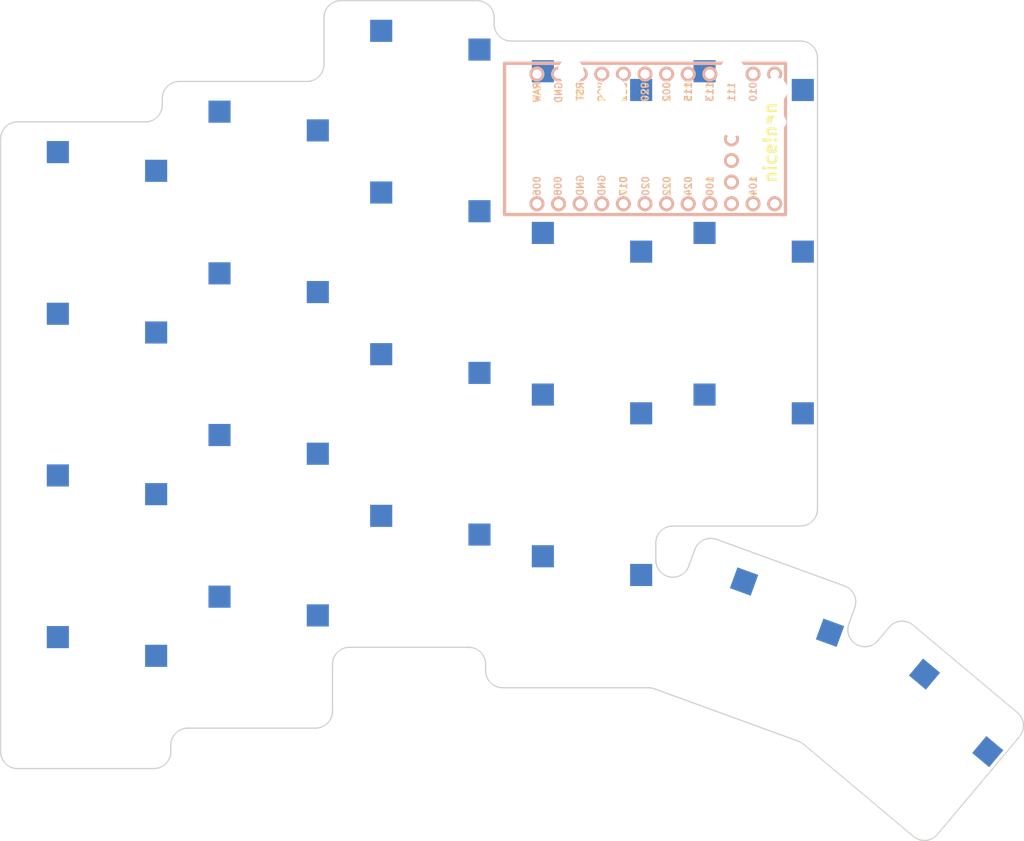
<source format=kicad_pcb>


(kicad_pcb (version 20171130) (host pcbnew 5.1.6)

  (page A3)
  (title_block
    (title "left")
    (rev "v1.0.0")
    (company "SebDaBaBo")
  )

  (general
    (thickness 1.6)
  )

  (layers
    (0 F.Cu signal)
    (31 B.Cu signal)
    (32 B.Adhes user)
    (33 F.Adhes user)
    (34 B.Paste user)
    (35 F.Paste user)
    (36 B.SilkS user)
    (37 F.SilkS user)
    (38 B.Mask user)
    (39 F.Mask user)
    (40 Dwgs.User user)
    (41 Cmts.User user)
    (42 Eco1.User user)
    (43 Eco2.User user)
    (44 Edge.Cuts user)
    (45 Margin user)
    (46 B.CrtYd user)
    (47 F.CrtYd user)
    (48 B.Fab user)
    (49 F.Fab user)
  )

  (setup
    (last_trace_width 0.25)
    (trace_clearance 0.2)
    (zone_clearance 0.508)
    (zone_45_only no)
    (trace_min 0.2)
    (via_size 0.8)
    (via_drill 0.4)
    (via_min_size 0.4)
    (via_min_drill 0.3)
    (uvia_size 0.3)
    (uvia_drill 0.1)
    (uvias_allowed no)
    (uvia_min_size 0.2)
    (uvia_min_drill 0.1)
    (edge_width 0.05)
    (segment_width 0.2)
    (pcb_text_width 0.3)
    (pcb_text_size 1.5 1.5)
    (mod_edge_width 0.12)
    (mod_text_size 1 1)
    (mod_text_width 0.15)
    (pad_size 1.524 1.524)
    (pad_drill 0.762)
    (pad_to_mask_clearance 0.05)
    (aux_axis_origin 0 0)
    (visible_elements FFFFFF7F)
    (pcbplotparams
      (layerselection 0x010fc_ffffffff)
      (usegerberextensions false)
      (usegerberattributes true)
      (usegerberadvancedattributes true)
      (creategerberjobfile true)
      (excludeedgelayer true)
      (linewidth 0.100000)
      (plotframeref false)
      (viasonmask false)
      (mode 1)
      (useauxorigin false)
      (hpglpennumber 1)
      (hpglpenspeed 20)
      (hpglpendiameter 15.000000)
      (psnegative false)
      (psa4output false)
      (plotreference true)
      (plotvalue true)
      (plotinvisibletext false)
      (padsonsilk false)
      (subtractmaskfromsilk false)
      (outputformat 1)
      (mirror false)
      (drillshape 1)
      (scaleselection 1)
      (outputdirectory ""))
  )

  (net 0 "")
(net 1 "pinky_bottom")
(net 2 "pinky_home")
(net 3 "pinky_top")
(net 4 "pinky_num")
(net 5 "ring_bottom")
(net 6 "ring_home")
(net 7 "ring_top")
(net 8 "ring_num")
(net 9 "middle_bottom")
(net 10 "middle_home")
(net 11 "middle_top")
(net 12 "middle_num")
(net 13 "index_bottom")
(net 14 "index_home")
(net 15 "index_top")
(net 16 "mod_bottom")
(net 17 "mod_home")
(net 18 "mod_top")
(net 19 "index_thumb")
(net 20 "mod_thumb")
(net 21 "far_thumb")
(net 22 "RAW")
(net 23 "GND")
(net 24 "RST")
(net 25 "VCC")
(net 26 "P031")
(net 27 "P029")
(net 28 "P002")
(net 29 "P115")
(net 30 "P113")
(net 31 "P111")
(net 32 "P010")
(net 33 "P009")
(net 34 "P006")
(net 35 "P008")
(net 36 "P017")
(net 37 "P020")
(net 38 "P022")
(net 39 "P024")
(net 40 "P100")
(net 41 "P011")
(net 42 "P104")
(net 43 "P106")
(net 44 "P101")
(net 45 "P102")
(net 46 "P107")

  (net_class Default "This is the default net class."
    (clearance 0.2)
    (trace_width 0.25)
    (via_dia 0.8)
    (via_drill 0.4)
    (uvia_dia 0.3)
    (uvia_drill 0.1)
    (add_net "")
(add_net "pinky_bottom")
(add_net "pinky_home")
(add_net "pinky_top")
(add_net "pinky_num")
(add_net "ring_bottom")
(add_net "ring_home")
(add_net "ring_top")
(add_net "ring_num")
(add_net "middle_bottom")
(add_net "middle_home")
(add_net "middle_top")
(add_net "middle_num")
(add_net "index_bottom")
(add_net "index_home")
(add_net "index_top")
(add_net "mod_bottom")
(add_net "mod_home")
(add_net "mod_top")
(add_net "index_thumb")
(add_net "mod_thumb")
(add_net "far_thumb")
(add_net "RAW")
(add_net "GND")
(add_net "RST")
(add_net "VCC")
(add_net "P031")
(add_net "P029")
(add_net "P002")
(add_net "P115")
(add_net "P113")
(add_net "P111")
(add_net "P010")
(add_net "P009")
(add_net "P006")
(add_net "P008")
(add_net "P017")
(add_net "P020")
(add_net "P022")
(add_net "P024")
(add_net "P100")
(add_net "P011")
(add_net "P104")
(add_net "P106")
(add_net "P101")
(add_net "P102")
(add_net "P107")
  )

  
        
      (module PG1350 (layer F.Cu) (tedit 5DD50112)
      (at 0 0 0)

      
      (fp_text reference "S1" (at 0 0) (layer F.SilkS) hide (effects (font (size 1.27 1.27) (thickness 0.15))))
      (fp_text value "" (at 0 0) (layer F.SilkS) hide (effects (font (size 1.27 1.27) (thickness 0.15))))

      
      (fp_line (start -7 -6) (end -7 -7) (layer Dwgs.User) (width 0.15))
      (fp_line (start -7 7) (end -6 7) (layer Dwgs.User) (width 0.15))
      (fp_line (start -6 -7) (end -7 -7) (layer Dwgs.User) (width 0.15))
      (fp_line (start -7 7) (end -7 6) (layer Dwgs.User) (width 0.15))
      (fp_line (start 7 6) (end 7 7) (layer Dwgs.User) (width 0.15))
      (fp_line (start 7 -7) (end 6 -7) (layer Dwgs.User) (width 0.15))
      (fp_line (start 6 7) (end 7 7) (layer Dwgs.User) (width 0.15))
      (fp_line (start 7 -7) (end 7 -6) (layer Dwgs.User) (width 0.15))      
      
      
      (pad "" np_thru_hole circle (at 0 0) (size 3.429 3.429) (drill 3.429) (layers *.Cu *.Mask))
        
      
      (pad "" np_thru_hole circle (at 5.5 0) (size 1.7018 1.7018) (drill 1.7018) (layers *.Cu *.Mask))
      (pad "" np_thru_hole circle (at -5.5 0) (size 1.7018 1.7018) (drill 1.7018) (layers *.Cu *.Mask))
      
        
        
          
          (pad "" np_thru_hole circle (at 5 -3.75) (size 3 3) (drill 3) (layers *.Cu *.Mask))
          (pad "" np_thru_hole circle (at 0 -5.95) (size 3 3) (drill 3) (layers *.Cu *.Mask))
      
          
          (pad 1 smd rect (at -3.275 -5.95 0) (size 2.6 2.6) (layers B.Cu B.Paste B.Mask)  (net 0 ""))
          (pad 2 smd rect (at 8.275 -3.75 0) (size 2.6 2.6) (layers B.Cu B.Paste B.Mask)  (net 1 "pinky_bottom"))
        )
        

        
      (module PG1350 (layer F.Cu) (tedit 5DD50112)
      (at 0 -19 0)

      
      (fp_text reference "S2" (at 0 0) (layer F.SilkS) hide (effects (font (size 1.27 1.27) (thickness 0.15))))
      (fp_text value "" (at 0 0) (layer F.SilkS) hide (effects (font (size 1.27 1.27) (thickness 0.15))))

      
      (fp_line (start -7 -6) (end -7 -7) (layer Dwgs.User) (width 0.15))
      (fp_line (start -7 7) (end -6 7) (layer Dwgs.User) (width 0.15))
      (fp_line (start -6 -7) (end -7 -7) (layer Dwgs.User) (width 0.15))
      (fp_line (start -7 7) (end -7 6) (layer Dwgs.User) (width 0.15))
      (fp_line (start 7 6) (end 7 7) (layer Dwgs.User) (width 0.15))
      (fp_line (start 7 -7) (end 6 -7) (layer Dwgs.User) (width 0.15))
      (fp_line (start 6 7) (end 7 7) (layer Dwgs.User) (width 0.15))
      (fp_line (start 7 -7) (end 7 -6) (layer Dwgs.User) (width 0.15))      
      
      
      (pad "" np_thru_hole circle (at 0 0) (size 3.429 3.429) (drill 3.429) (layers *.Cu *.Mask))
        
      
      (pad "" np_thru_hole circle (at 5.5 0) (size 1.7018 1.7018) (drill 1.7018) (layers *.Cu *.Mask))
      (pad "" np_thru_hole circle (at -5.5 0) (size 1.7018 1.7018) (drill 1.7018) (layers *.Cu *.Mask))
      
        
        
          
          (pad "" np_thru_hole circle (at 5 -3.75) (size 3 3) (drill 3) (layers *.Cu *.Mask))
          (pad "" np_thru_hole circle (at 0 -5.95) (size 3 3) (drill 3) (layers *.Cu *.Mask))
      
          
          (pad 1 smd rect (at -3.275 -5.95 0) (size 2.6 2.6) (layers B.Cu B.Paste B.Mask)  (net 0 ""))
          (pad 2 smd rect (at 8.275 -3.75 0) (size 2.6 2.6) (layers B.Cu B.Paste B.Mask)  (net 2 "pinky_home"))
        )
        

        
      (module PG1350 (layer F.Cu) (tedit 5DD50112)
      (at 0 -38 0)

      
      (fp_text reference "S3" (at 0 0) (layer F.SilkS) hide (effects (font (size 1.27 1.27) (thickness 0.15))))
      (fp_text value "" (at 0 0) (layer F.SilkS) hide (effects (font (size 1.27 1.27) (thickness 0.15))))

      
      (fp_line (start -7 -6) (end -7 -7) (layer Dwgs.User) (width 0.15))
      (fp_line (start -7 7) (end -6 7) (layer Dwgs.User) (width 0.15))
      (fp_line (start -6 -7) (end -7 -7) (layer Dwgs.User) (width 0.15))
      (fp_line (start -7 7) (end -7 6) (layer Dwgs.User) (width 0.15))
      (fp_line (start 7 6) (end 7 7) (layer Dwgs.User) (width 0.15))
      (fp_line (start 7 -7) (end 6 -7) (layer Dwgs.User) (width 0.15))
      (fp_line (start 6 7) (end 7 7) (layer Dwgs.User) (width 0.15))
      (fp_line (start 7 -7) (end 7 -6) (layer Dwgs.User) (width 0.15))      
      
      
      (pad "" np_thru_hole circle (at 0 0) (size 3.429 3.429) (drill 3.429) (layers *.Cu *.Mask))
        
      
      (pad "" np_thru_hole circle (at 5.5 0) (size 1.7018 1.7018) (drill 1.7018) (layers *.Cu *.Mask))
      (pad "" np_thru_hole circle (at -5.5 0) (size 1.7018 1.7018) (drill 1.7018) (layers *.Cu *.Mask))
      
        
        
          
          (pad "" np_thru_hole circle (at 5 -3.75) (size 3 3) (drill 3) (layers *.Cu *.Mask))
          (pad "" np_thru_hole circle (at 0 -5.95) (size 3 3) (drill 3) (layers *.Cu *.Mask))
      
          
          (pad 1 smd rect (at -3.275 -5.95 0) (size 2.6 2.6) (layers B.Cu B.Paste B.Mask)  (net 0 ""))
          (pad 2 smd rect (at 8.275 -3.75 0) (size 2.6 2.6) (layers B.Cu B.Paste B.Mask)  (net 3 "pinky_top"))
        )
        

        
      (module PG1350 (layer F.Cu) (tedit 5DD50112)
      (at 0 -57 0)

      
      (fp_text reference "S4" (at 0 0) (layer F.SilkS) hide (effects (font (size 1.27 1.27) (thickness 0.15))))
      (fp_text value "" (at 0 0) (layer F.SilkS) hide (effects (font (size 1.27 1.27) (thickness 0.15))))

      
      (fp_line (start -7 -6) (end -7 -7) (layer Dwgs.User) (width 0.15))
      (fp_line (start -7 7) (end -6 7) (layer Dwgs.User) (width 0.15))
      (fp_line (start -6 -7) (end -7 -7) (layer Dwgs.User) (width 0.15))
      (fp_line (start -7 7) (end -7 6) (layer Dwgs.User) (width 0.15))
      (fp_line (start 7 6) (end 7 7) (layer Dwgs.User) (width 0.15))
      (fp_line (start 7 -7) (end 6 -7) (layer Dwgs.User) (width 0.15))
      (fp_line (start 6 7) (end 7 7) (layer Dwgs.User) (width 0.15))
      (fp_line (start 7 -7) (end 7 -6) (layer Dwgs.User) (width 0.15))      
      
      
      (pad "" np_thru_hole circle (at 0 0) (size 3.429 3.429) (drill 3.429) (layers *.Cu *.Mask))
        
      
      (pad "" np_thru_hole circle (at 5.5 0) (size 1.7018 1.7018) (drill 1.7018) (layers *.Cu *.Mask))
      (pad "" np_thru_hole circle (at -5.5 0) (size 1.7018 1.7018) (drill 1.7018) (layers *.Cu *.Mask))
      
        
        
          
          (pad "" np_thru_hole circle (at 5 -3.75) (size 3 3) (drill 3) (layers *.Cu *.Mask))
          (pad "" np_thru_hole circle (at 0 -5.95) (size 3 3) (drill 3) (layers *.Cu *.Mask))
      
          
          (pad 1 smd rect (at -3.275 -5.95 0) (size 2.6 2.6) (layers B.Cu B.Paste B.Mask)  (net 0 ""))
          (pad 2 smd rect (at 8.275 -3.75 0) (size 2.6 2.6) (layers B.Cu B.Paste B.Mask)  (net 4 "pinky_num"))
        )
        

        
      (module PG1350 (layer F.Cu) (tedit 5DD50112)
      (at 19 -4.75 0)

      
      (fp_text reference "S5" (at 0 0) (layer F.SilkS) hide (effects (font (size 1.27 1.27) (thickness 0.15))))
      (fp_text value "" (at 0 0) (layer F.SilkS) hide (effects (font (size 1.27 1.27) (thickness 0.15))))

      
      (fp_line (start -7 -6) (end -7 -7) (layer Dwgs.User) (width 0.15))
      (fp_line (start -7 7) (end -6 7) (layer Dwgs.User) (width 0.15))
      (fp_line (start -6 -7) (end -7 -7) (layer Dwgs.User) (width 0.15))
      (fp_line (start -7 7) (end -7 6) (layer Dwgs.User) (width 0.15))
      (fp_line (start 7 6) (end 7 7) (layer Dwgs.User) (width 0.15))
      (fp_line (start 7 -7) (end 6 -7) (layer Dwgs.User) (width 0.15))
      (fp_line (start 6 7) (end 7 7) (layer Dwgs.User) (width 0.15))
      (fp_line (start 7 -7) (end 7 -6) (layer Dwgs.User) (width 0.15))      
      
      
      (pad "" np_thru_hole circle (at 0 0) (size 3.429 3.429) (drill 3.429) (layers *.Cu *.Mask))
        
      
      (pad "" np_thru_hole circle (at 5.5 0) (size 1.7018 1.7018) (drill 1.7018) (layers *.Cu *.Mask))
      (pad "" np_thru_hole circle (at -5.5 0) (size 1.7018 1.7018) (drill 1.7018) (layers *.Cu *.Mask))
      
        
        
          
          (pad "" np_thru_hole circle (at 5 -3.75) (size 3 3) (drill 3) (layers *.Cu *.Mask))
          (pad "" np_thru_hole circle (at 0 -5.95) (size 3 3) (drill 3) (layers *.Cu *.Mask))
      
          
          (pad 1 smd rect (at -3.275 -5.95 0) (size 2.6 2.6) (layers B.Cu B.Paste B.Mask)  (net 0 ""))
          (pad 2 smd rect (at 8.275 -3.75 0) (size 2.6 2.6) (layers B.Cu B.Paste B.Mask)  (net 5 "ring_bottom"))
        )
        

        
      (module PG1350 (layer F.Cu) (tedit 5DD50112)
      (at 19 -23.75 0)

      
      (fp_text reference "S6" (at 0 0) (layer F.SilkS) hide (effects (font (size 1.27 1.27) (thickness 0.15))))
      (fp_text value "" (at 0 0) (layer F.SilkS) hide (effects (font (size 1.27 1.27) (thickness 0.15))))

      
      (fp_line (start -7 -6) (end -7 -7) (layer Dwgs.User) (width 0.15))
      (fp_line (start -7 7) (end -6 7) (layer Dwgs.User) (width 0.15))
      (fp_line (start -6 -7) (end -7 -7) (layer Dwgs.User) (width 0.15))
      (fp_line (start -7 7) (end -7 6) (layer Dwgs.User) (width 0.15))
      (fp_line (start 7 6) (end 7 7) (layer Dwgs.User) (width 0.15))
      (fp_line (start 7 -7) (end 6 -7) (layer Dwgs.User) (width 0.15))
      (fp_line (start 6 7) (end 7 7) (layer Dwgs.User) (width 0.15))
      (fp_line (start 7 -7) (end 7 -6) (layer Dwgs.User) (width 0.15))      
      
      
      (pad "" np_thru_hole circle (at 0 0) (size 3.429 3.429) (drill 3.429) (layers *.Cu *.Mask))
        
      
      (pad "" np_thru_hole circle (at 5.5 0) (size 1.7018 1.7018) (drill 1.7018) (layers *.Cu *.Mask))
      (pad "" np_thru_hole circle (at -5.5 0) (size 1.7018 1.7018) (drill 1.7018) (layers *.Cu *.Mask))
      
        
        
          
          (pad "" np_thru_hole circle (at 5 -3.75) (size 3 3) (drill 3) (layers *.Cu *.Mask))
          (pad "" np_thru_hole circle (at 0 -5.95) (size 3 3) (drill 3) (layers *.Cu *.Mask))
      
          
          (pad 1 smd rect (at -3.275 -5.95 0) (size 2.6 2.6) (layers B.Cu B.Paste B.Mask)  (net 0 ""))
          (pad 2 smd rect (at 8.275 -3.75 0) (size 2.6 2.6) (layers B.Cu B.Paste B.Mask)  (net 6 "ring_home"))
        )
        

        
      (module PG1350 (layer F.Cu) (tedit 5DD50112)
      (at 19 -42.75 0)

      
      (fp_text reference "S7" (at 0 0) (layer F.SilkS) hide (effects (font (size 1.27 1.27) (thickness 0.15))))
      (fp_text value "" (at 0 0) (layer F.SilkS) hide (effects (font (size 1.27 1.27) (thickness 0.15))))

      
      (fp_line (start -7 -6) (end -7 -7) (layer Dwgs.User) (width 0.15))
      (fp_line (start -7 7) (end -6 7) (layer Dwgs.User) (width 0.15))
      (fp_line (start -6 -7) (end -7 -7) (layer Dwgs.User) (width 0.15))
      (fp_line (start -7 7) (end -7 6) (layer Dwgs.User) (width 0.15))
      (fp_line (start 7 6) (end 7 7) (layer Dwgs.User) (width 0.15))
      (fp_line (start 7 -7) (end 6 -7) (layer Dwgs.User) (width 0.15))
      (fp_line (start 6 7) (end 7 7) (layer Dwgs.User) (width 0.15))
      (fp_line (start 7 -7) (end 7 -6) (layer Dwgs.User) (width 0.15))      
      
      
      (pad "" np_thru_hole circle (at 0 0) (size 3.429 3.429) (drill 3.429) (layers *.Cu *.Mask))
        
      
      (pad "" np_thru_hole circle (at 5.5 0) (size 1.7018 1.7018) (drill 1.7018) (layers *.Cu *.Mask))
      (pad "" np_thru_hole circle (at -5.5 0) (size 1.7018 1.7018) (drill 1.7018) (layers *.Cu *.Mask))
      
        
        
          
          (pad "" np_thru_hole circle (at 5 -3.75) (size 3 3) (drill 3) (layers *.Cu *.Mask))
          (pad "" np_thru_hole circle (at 0 -5.95) (size 3 3) (drill 3) (layers *.Cu *.Mask))
      
          
          (pad 1 smd rect (at -3.275 -5.95 0) (size 2.6 2.6) (layers B.Cu B.Paste B.Mask)  (net 0 ""))
          (pad 2 smd rect (at 8.275 -3.75 0) (size 2.6 2.6) (layers B.Cu B.Paste B.Mask)  (net 7 "ring_top"))
        )
        

        
      (module PG1350 (layer F.Cu) (tedit 5DD50112)
      (at 19 -61.75 0)

      
      (fp_text reference "S8" (at 0 0) (layer F.SilkS) hide (effects (font (size 1.27 1.27) (thickness 0.15))))
      (fp_text value "" (at 0 0) (layer F.SilkS) hide (effects (font (size 1.27 1.27) (thickness 0.15))))

      
      (fp_line (start -7 -6) (end -7 -7) (layer Dwgs.User) (width 0.15))
      (fp_line (start -7 7) (end -6 7) (layer Dwgs.User) (width 0.15))
      (fp_line (start -6 -7) (end -7 -7) (layer Dwgs.User) (width 0.15))
      (fp_line (start -7 7) (end -7 6) (layer Dwgs.User) (width 0.15))
      (fp_line (start 7 6) (end 7 7) (layer Dwgs.User) (width 0.15))
      (fp_line (start 7 -7) (end 6 -7) (layer Dwgs.User) (width 0.15))
      (fp_line (start 6 7) (end 7 7) (layer Dwgs.User) (width 0.15))
      (fp_line (start 7 -7) (end 7 -6) (layer Dwgs.User) (width 0.15))      
      
      
      (pad "" np_thru_hole circle (at 0 0) (size 3.429 3.429) (drill 3.429) (layers *.Cu *.Mask))
        
      
      (pad "" np_thru_hole circle (at 5.5 0) (size 1.7018 1.7018) (drill 1.7018) (layers *.Cu *.Mask))
      (pad "" np_thru_hole circle (at -5.5 0) (size 1.7018 1.7018) (drill 1.7018) (layers *.Cu *.Mask))
      
        
        
          
          (pad "" np_thru_hole circle (at 5 -3.75) (size 3 3) (drill 3) (layers *.Cu *.Mask))
          (pad "" np_thru_hole circle (at 0 -5.95) (size 3 3) (drill 3) (layers *.Cu *.Mask))
      
          
          (pad 1 smd rect (at -3.275 -5.95 0) (size 2.6 2.6) (layers B.Cu B.Paste B.Mask)  (net 0 ""))
          (pad 2 smd rect (at 8.275 -3.75 0) (size 2.6 2.6) (layers B.Cu B.Paste B.Mask)  (net 8 "ring_num"))
        )
        

        
      (module PG1350 (layer F.Cu) (tedit 5DD50112)
      (at 38 -14.25 0)

      
      (fp_text reference "S9" (at 0 0) (layer F.SilkS) hide (effects (font (size 1.27 1.27) (thickness 0.15))))
      (fp_text value "" (at 0 0) (layer F.SilkS) hide (effects (font (size 1.27 1.27) (thickness 0.15))))

      
      (fp_line (start -7 -6) (end -7 -7) (layer Dwgs.User) (width 0.15))
      (fp_line (start -7 7) (end -6 7) (layer Dwgs.User) (width 0.15))
      (fp_line (start -6 -7) (end -7 -7) (layer Dwgs.User) (width 0.15))
      (fp_line (start -7 7) (end -7 6) (layer Dwgs.User) (width 0.15))
      (fp_line (start 7 6) (end 7 7) (layer Dwgs.User) (width 0.15))
      (fp_line (start 7 -7) (end 6 -7) (layer Dwgs.User) (width 0.15))
      (fp_line (start 6 7) (end 7 7) (layer Dwgs.User) (width 0.15))
      (fp_line (start 7 -7) (end 7 -6) (layer Dwgs.User) (width 0.15))      
      
      
      (pad "" np_thru_hole circle (at 0 0) (size 3.429 3.429) (drill 3.429) (layers *.Cu *.Mask))
        
      
      (pad "" np_thru_hole circle (at 5.5 0) (size 1.7018 1.7018) (drill 1.7018) (layers *.Cu *.Mask))
      (pad "" np_thru_hole circle (at -5.5 0) (size 1.7018 1.7018) (drill 1.7018) (layers *.Cu *.Mask))
      
        
        
          
          (pad "" np_thru_hole circle (at 5 -3.75) (size 3 3) (drill 3) (layers *.Cu *.Mask))
          (pad "" np_thru_hole circle (at 0 -5.95) (size 3 3) (drill 3) (layers *.Cu *.Mask))
      
          
          (pad 1 smd rect (at -3.275 -5.95 0) (size 2.6 2.6) (layers B.Cu B.Paste B.Mask)  (net 0 ""))
          (pad 2 smd rect (at 8.275 -3.75 0) (size 2.6 2.6) (layers B.Cu B.Paste B.Mask)  (net 9 "middle_bottom"))
        )
        

        
      (module PG1350 (layer F.Cu) (tedit 5DD50112)
      (at 38 -33.25 0)

      
      (fp_text reference "S10" (at 0 0) (layer F.SilkS) hide (effects (font (size 1.27 1.27) (thickness 0.15))))
      (fp_text value "" (at 0 0) (layer F.SilkS) hide (effects (font (size 1.27 1.27) (thickness 0.15))))

      
      (fp_line (start -7 -6) (end -7 -7) (layer Dwgs.User) (width 0.15))
      (fp_line (start -7 7) (end -6 7) (layer Dwgs.User) (width 0.15))
      (fp_line (start -6 -7) (end -7 -7) (layer Dwgs.User) (width 0.15))
      (fp_line (start -7 7) (end -7 6) (layer Dwgs.User) (width 0.15))
      (fp_line (start 7 6) (end 7 7) (layer Dwgs.User) (width 0.15))
      (fp_line (start 7 -7) (end 6 -7) (layer Dwgs.User) (width 0.15))
      (fp_line (start 6 7) (end 7 7) (layer Dwgs.User) (width 0.15))
      (fp_line (start 7 -7) (end 7 -6) (layer Dwgs.User) (width 0.15))      
      
      
      (pad "" np_thru_hole circle (at 0 0) (size 3.429 3.429) (drill 3.429) (layers *.Cu *.Mask))
        
      
      (pad "" np_thru_hole circle (at 5.5 0) (size 1.7018 1.7018) (drill 1.7018) (layers *.Cu *.Mask))
      (pad "" np_thru_hole circle (at -5.5 0) (size 1.7018 1.7018) (drill 1.7018) (layers *.Cu *.Mask))
      
        
        
          
          (pad "" np_thru_hole circle (at 5 -3.75) (size 3 3) (drill 3) (layers *.Cu *.Mask))
          (pad "" np_thru_hole circle (at 0 -5.95) (size 3 3) (drill 3) (layers *.Cu *.Mask))
      
          
          (pad 1 smd rect (at -3.275 -5.95 0) (size 2.6 2.6) (layers B.Cu B.Paste B.Mask)  (net 0 ""))
          (pad 2 smd rect (at 8.275 -3.75 0) (size 2.6 2.6) (layers B.Cu B.Paste B.Mask)  (net 10 "middle_home"))
        )
        

        
      (module PG1350 (layer F.Cu) (tedit 5DD50112)
      (at 38 -52.25 0)

      
      (fp_text reference "S11" (at 0 0) (layer F.SilkS) hide (effects (font (size 1.27 1.27) (thickness 0.15))))
      (fp_text value "" (at 0 0) (layer F.SilkS) hide (effects (font (size 1.27 1.27) (thickness 0.15))))

      
      (fp_line (start -7 -6) (end -7 -7) (layer Dwgs.User) (width 0.15))
      (fp_line (start -7 7) (end -6 7) (layer Dwgs.User) (width 0.15))
      (fp_line (start -6 -7) (end -7 -7) (layer Dwgs.User) (width 0.15))
      (fp_line (start -7 7) (end -7 6) (layer Dwgs.User) (width 0.15))
      (fp_line (start 7 6) (end 7 7) (layer Dwgs.User) (width 0.15))
      (fp_line (start 7 -7) (end 6 -7) (layer Dwgs.User) (width 0.15))
      (fp_line (start 6 7) (end 7 7) (layer Dwgs.User) (width 0.15))
      (fp_line (start 7 -7) (end 7 -6) (layer Dwgs.User) (width 0.15))      
      
      
      (pad "" np_thru_hole circle (at 0 0) (size 3.429 3.429) (drill 3.429) (layers *.Cu *.Mask))
        
      
      (pad "" np_thru_hole circle (at 5.5 0) (size 1.7018 1.7018) (drill 1.7018) (layers *.Cu *.Mask))
      (pad "" np_thru_hole circle (at -5.5 0) (size 1.7018 1.7018) (drill 1.7018) (layers *.Cu *.Mask))
      
        
        
          
          (pad "" np_thru_hole circle (at 5 -3.75) (size 3 3) (drill 3) (layers *.Cu *.Mask))
          (pad "" np_thru_hole circle (at 0 -5.95) (size 3 3) (drill 3) (layers *.Cu *.Mask))
      
          
          (pad 1 smd rect (at -3.275 -5.95 0) (size 2.6 2.6) (layers B.Cu B.Paste B.Mask)  (net 0 ""))
          (pad 2 smd rect (at 8.275 -3.75 0) (size 2.6 2.6) (layers B.Cu B.Paste B.Mask)  (net 11 "middle_top"))
        )
        

        
      (module PG1350 (layer F.Cu) (tedit 5DD50112)
      (at 38 -71.25 0)

      
      (fp_text reference "S12" (at 0 0) (layer F.SilkS) hide (effects (font (size 1.27 1.27) (thickness 0.15))))
      (fp_text value "" (at 0 0) (layer F.SilkS) hide (effects (font (size 1.27 1.27) (thickness 0.15))))

      
      (fp_line (start -7 -6) (end -7 -7) (layer Dwgs.User) (width 0.15))
      (fp_line (start -7 7) (end -6 7) (layer Dwgs.User) (width 0.15))
      (fp_line (start -6 -7) (end -7 -7) (layer Dwgs.User) (width 0.15))
      (fp_line (start -7 7) (end -7 6) (layer Dwgs.User) (width 0.15))
      (fp_line (start 7 6) (end 7 7) (layer Dwgs.User) (width 0.15))
      (fp_line (start 7 -7) (end 6 -7) (layer Dwgs.User) (width 0.15))
      (fp_line (start 6 7) (end 7 7) (layer Dwgs.User) (width 0.15))
      (fp_line (start 7 -7) (end 7 -6) (layer Dwgs.User) (width 0.15))      
      
      
      (pad "" np_thru_hole circle (at 0 0) (size 3.429 3.429) (drill 3.429) (layers *.Cu *.Mask))
        
      
      (pad "" np_thru_hole circle (at 5.5 0) (size 1.7018 1.7018) (drill 1.7018) (layers *.Cu *.Mask))
      (pad "" np_thru_hole circle (at -5.5 0) (size 1.7018 1.7018) (drill 1.7018) (layers *.Cu *.Mask))
      
        
        
          
          (pad "" np_thru_hole circle (at 5 -3.75) (size 3 3) (drill 3) (layers *.Cu *.Mask))
          (pad "" np_thru_hole circle (at 0 -5.95) (size 3 3) (drill 3) (layers *.Cu *.Mask))
      
          
          (pad 1 smd rect (at -3.275 -5.95 0) (size 2.6 2.6) (layers B.Cu B.Paste B.Mask)  (net 0 ""))
          (pad 2 smd rect (at 8.275 -3.75 0) (size 2.6 2.6) (layers B.Cu B.Paste B.Mask)  (net 12 "middle_num"))
        )
        

        
      (module PG1350 (layer F.Cu) (tedit 5DD50112)
      (at 57 -28.5 0)

      
      (fp_text reference "S13" (at 0 0) (layer F.SilkS) hide (effects (font (size 1.27 1.27) (thickness 0.15))))
      (fp_text value "" (at 0 0) (layer F.SilkS) hide (effects (font (size 1.27 1.27) (thickness 0.15))))

      
      (fp_line (start -7 -6) (end -7 -7) (layer Dwgs.User) (width 0.15))
      (fp_line (start -7 7) (end -6 7) (layer Dwgs.User) (width 0.15))
      (fp_line (start -6 -7) (end -7 -7) (layer Dwgs.User) (width 0.15))
      (fp_line (start -7 7) (end -7 6) (layer Dwgs.User) (width 0.15))
      (fp_line (start 7 6) (end 7 7) (layer Dwgs.User) (width 0.15))
      (fp_line (start 7 -7) (end 6 -7) (layer Dwgs.User) (width 0.15))
      (fp_line (start 6 7) (end 7 7) (layer Dwgs.User) (width 0.15))
      (fp_line (start 7 -7) (end 7 -6) (layer Dwgs.User) (width 0.15))      
      
      
      (pad "" np_thru_hole circle (at 0 0) (size 3.429 3.429) (drill 3.429) (layers *.Cu *.Mask))
        
      
      (pad "" np_thru_hole circle (at 5.5 0) (size 1.7018 1.7018) (drill 1.7018) (layers *.Cu *.Mask))
      (pad "" np_thru_hole circle (at -5.5 0) (size 1.7018 1.7018) (drill 1.7018) (layers *.Cu *.Mask))
      
        
        
          
          (pad "" np_thru_hole circle (at 5 -3.75) (size 3 3) (drill 3) (layers *.Cu *.Mask))
          (pad "" np_thru_hole circle (at 0 -5.95) (size 3 3) (drill 3) (layers *.Cu *.Mask))
      
          
          (pad 1 smd rect (at -3.275 -5.95 0) (size 2.6 2.6) (layers B.Cu B.Paste B.Mask)  (net 0 ""))
          (pad 2 smd rect (at 8.275 -3.75 0) (size 2.6 2.6) (layers B.Cu B.Paste B.Mask)  (net 13 "index_bottom"))
        )
        

        
      (module PG1350 (layer F.Cu) (tedit 5DD50112)
      (at 57 -47.5 0)

      
      (fp_text reference "S14" (at 0 0) (layer F.SilkS) hide (effects (font (size 1.27 1.27) (thickness 0.15))))
      (fp_text value "" (at 0 0) (layer F.SilkS) hide (effects (font (size 1.27 1.27) (thickness 0.15))))

      
      (fp_line (start -7 -6) (end -7 -7) (layer Dwgs.User) (width 0.15))
      (fp_line (start -7 7) (end -6 7) (layer Dwgs.User) (width 0.15))
      (fp_line (start -6 -7) (end -7 -7) (layer Dwgs.User) (width 0.15))
      (fp_line (start -7 7) (end -7 6) (layer Dwgs.User) (width 0.15))
      (fp_line (start 7 6) (end 7 7) (layer Dwgs.User) (width 0.15))
      (fp_line (start 7 -7) (end 6 -7) (layer Dwgs.User) (width 0.15))
      (fp_line (start 6 7) (end 7 7) (layer Dwgs.User) (width 0.15))
      (fp_line (start 7 -7) (end 7 -6) (layer Dwgs.User) (width 0.15))      
      
      
      (pad "" np_thru_hole circle (at 0 0) (size 3.429 3.429) (drill 3.429) (layers *.Cu *.Mask))
        
      
      (pad "" np_thru_hole circle (at 5.5 0) (size 1.7018 1.7018) (drill 1.7018) (layers *.Cu *.Mask))
      (pad "" np_thru_hole circle (at -5.5 0) (size 1.7018 1.7018) (drill 1.7018) (layers *.Cu *.Mask))
      
        
        
          
          (pad "" np_thru_hole circle (at 5 -3.75) (size 3 3) (drill 3) (layers *.Cu *.Mask))
          (pad "" np_thru_hole circle (at 0 -5.95) (size 3 3) (drill 3) (layers *.Cu *.Mask))
      
          
          (pad 1 smd rect (at -3.275 -5.95 0) (size 2.6 2.6) (layers B.Cu B.Paste B.Mask)  (net 0 ""))
          (pad 2 smd rect (at 8.275 -3.75 0) (size 2.6 2.6) (layers B.Cu B.Paste B.Mask)  (net 14 "index_home"))
        )
        

        
      (module PG1350 (layer F.Cu) (tedit 5DD50112)
      (at 57 -66.5 0)

      
      (fp_text reference "S15" (at 0 0) (layer F.SilkS) hide (effects (font (size 1.27 1.27) (thickness 0.15))))
      (fp_text value "" (at 0 0) (layer F.SilkS) hide (effects (font (size 1.27 1.27) (thickness 0.15))))

      
      (fp_line (start -7 -6) (end -7 -7) (layer Dwgs.User) (width 0.15))
      (fp_line (start -7 7) (end -6 7) (layer Dwgs.User) (width 0.15))
      (fp_line (start -6 -7) (end -7 -7) (layer Dwgs.User) (width 0.15))
      (fp_line (start -7 7) (end -7 6) (layer Dwgs.User) (width 0.15))
      (fp_line (start 7 6) (end 7 7) (layer Dwgs.User) (width 0.15))
      (fp_line (start 7 -7) (end 6 -7) (layer Dwgs.User) (width 0.15))
      (fp_line (start 6 7) (end 7 7) (layer Dwgs.User) (width 0.15))
      (fp_line (start 7 -7) (end 7 -6) (layer Dwgs.User) (width 0.15))      
      
      
      (pad "" np_thru_hole circle (at 0 0) (size 3.429 3.429) (drill 3.429) (layers *.Cu *.Mask))
        
      
      (pad "" np_thru_hole circle (at 5.5 0) (size 1.7018 1.7018) (drill 1.7018) (layers *.Cu *.Mask))
      (pad "" np_thru_hole circle (at -5.5 0) (size 1.7018 1.7018) (drill 1.7018) (layers *.Cu *.Mask))
      
        
        
          
          (pad "" np_thru_hole circle (at 5 -3.75) (size 3 3) (drill 3) (layers *.Cu *.Mask))
          (pad "" np_thru_hole circle (at 0 -5.95) (size 3 3) (drill 3) (layers *.Cu *.Mask))
      
          
          (pad 1 smd rect (at -3.275 -5.95 0) (size 2.6 2.6) (layers B.Cu B.Paste B.Mask)  (net 0 ""))
          (pad 2 smd rect (at 8.275 -3.75 0) (size 2.6 2.6) (layers B.Cu B.Paste B.Mask)  (net 15 "index_top"))
        )
        

        
      (module PG1350 (layer F.Cu) (tedit 5DD50112)
      (at 76 -28.5 0)

      
      (fp_text reference "S16" (at 0 0) (layer F.SilkS) hide (effects (font (size 1.27 1.27) (thickness 0.15))))
      (fp_text value "" (at 0 0) (layer F.SilkS) hide (effects (font (size 1.27 1.27) (thickness 0.15))))

      
      (fp_line (start -7 -6) (end -7 -7) (layer Dwgs.User) (width 0.15))
      (fp_line (start -7 7) (end -6 7) (layer Dwgs.User) (width 0.15))
      (fp_line (start -6 -7) (end -7 -7) (layer Dwgs.User) (width 0.15))
      (fp_line (start -7 7) (end -7 6) (layer Dwgs.User) (width 0.15))
      (fp_line (start 7 6) (end 7 7) (layer Dwgs.User) (width 0.15))
      (fp_line (start 7 -7) (end 6 -7) (layer Dwgs.User) (width 0.15))
      (fp_line (start 6 7) (end 7 7) (layer Dwgs.User) (width 0.15))
      (fp_line (start 7 -7) (end 7 -6) (layer Dwgs.User) (width 0.15))      
      
      
      (pad "" np_thru_hole circle (at 0 0) (size 3.429 3.429) (drill 3.429) (layers *.Cu *.Mask))
        
      
      (pad "" np_thru_hole circle (at 5.5 0) (size 1.7018 1.7018) (drill 1.7018) (layers *.Cu *.Mask))
      (pad "" np_thru_hole circle (at -5.5 0) (size 1.7018 1.7018) (drill 1.7018) (layers *.Cu *.Mask))
      
        
        
          
          (pad "" np_thru_hole circle (at 5 -3.75) (size 3 3) (drill 3) (layers *.Cu *.Mask))
          (pad "" np_thru_hole circle (at 0 -5.95) (size 3 3) (drill 3) (layers *.Cu *.Mask))
      
          
          (pad 1 smd rect (at -3.275 -5.95 0) (size 2.6 2.6) (layers B.Cu B.Paste B.Mask)  (net 0 ""))
          (pad 2 smd rect (at 8.275 -3.75 0) (size 2.6 2.6) (layers B.Cu B.Paste B.Mask)  (net 16 "mod_bottom"))
        )
        

        
      (module PG1350 (layer F.Cu) (tedit 5DD50112)
      (at 76 -47.5 0)

      
      (fp_text reference "S17" (at 0 0) (layer F.SilkS) hide (effects (font (size 1.27 1.27) (thickness 0.15))))
      (fp_text value "" (at 0 0) (layer F.SilkS) hide (effects (font (size 1.27 1.27) (thickness 0.15))))

      
      (fp_line (start -7 -6) (end -7 -7) (layer Dwgs.User) (width 0.15))
      (fp_line (start -7 7) (end -6 7) (layer Dwgs.User) (width 0.15))
      (fp_line (start -6 -7) (end -7 -7) (layer Dwgs.User) (width 0.15))
      (fp_line (start -7 7) (end -7 6) (layer Dwgs.User) (width 0.15))
      (fp_line (start 7 6) (end 7 7) (layer Dwgs.User) (width 0.15))
      (fp_line (start 7 -7) (end 6 -7) (layer Dwgs.User) (width 0.15))
      (fp_line (start 6 7) (end 7 7) (layer Dwgs.User) (width 0.15))
      (fp_line (start 7 -7) (end 7 -6) (layer Dwgs.User) (width 0.15))      
      
      
      (pad "" np_thru_hole circle (at 0 0) (size 3.429 3.429) (drill 3.429) (layers *.Cu *.Mask))
        
      
      (pad "" np_thru_hole circle (at 5.5 0) (size 1.7018 1.7018) (drill 1.7018) (layers *.Cu *.Mask))
      (pad "" np_thru_hole circle (at -5.5 0) (size 1.7018 1.7018) (drill 1.7018) (layers *.Cu *.Mask))
      
        
        
          
          (pad "" np_thru_hole circle (at 5 -3.75) (size 3 3) (drill 3) (layers *.Cu *.Mask))
          (pad "" np_thru_hole circle (at 0 -5.95) (size 3 3) (drill 3) (layers *.Cu *.Mask))
      
          
          (pad 1 smd rect (at -3.275 -5.95 0) (size 2.6 2.6) (layers B.Cu B.Paste B.Mask)  (net 0 ""))
          (pad 2 smd rect (at 8.275 -3.75 0) (size 2.6 2.6) (layers B.Cu B.Paste B.Mask)  (net 17 "mod_home"))
        )
        

        
      (module PG1350 (layer F.Cu) (tedit 5DD50112)
      (at 76 -66.5 0)

      
      (fp_text reference "S18" (at 0 0) (layer F.SilkS) hide (effects (font (size 1.27 1.27) (thickness 0.15))))
      (fp_text value "" (at 0 0) (layer F.SilkS) hide (effects (font (size 1.27 1.27) (thickness 0.15))))

      
      (fp_line (start -7 -6) (end -7 -7) (layer Dwgs.User) (width 0.15))
      (fp_line (start -7 7) (end -6 7) (layer Dwgs.User) (width 0.15))
      (fp_line (start -6 -7) (end -7 -7) (layer Dwgs.User) (width 0.15))
      (fp_line (start -7 7) (end -7 6) (layer Dwgs.User) (width 0.15))
      (fp_line (start 7 6) (end 7 7) (layer Dwgs.User) (width 0.15))
      (fp_line (start 7 -7) (end 6 -7) (layer Dwgs.User) (width 0.15))
      (fp_line (start 6 7) (end 7 7) (layer Dwgs.User) (width 0.15))
      (fp_line (start 7 -7) (end 7 -6) (layer Dwgs.User) (width 0.15))      
      
      
      (pad "" np_thru_hole circle (at 0 0) (size 3.429 3.429) (drill 3.429) (layers *.Cu *.Mask))
        
      
      (pad "" np_thru_hole circle (at 5.5 0) (size 1.7018 1.7018) (drill 1.7018) (layers *.Cu *.Mask))
      (pad "" np_thru_hole circle (at -5.5 0) (size 1.7018 1.7018) (drill 1.7018) (layers *.Cu *.Mask))
      
        
        
          
          (pad "" np_thru_hole circle (at 5 -3.75) (size 3 3) (drill 3) (layers *.Cu *.Mask))
          (pad "" np_thru_hole circle (at 0 -5.95) (size 3 3) (drill 3) (layers *.Cu *.Mask))
      
          
          (pad 1 smd rect (at -3.275 -5.95 0) (size 2.6 2.6) (layers B.Cu B.Paste B.Mask)  (net 0 ""))
          (pad 2 smd rect (at 8.275 -3.75 0) (size 2.6 2.6) (layers B.Cu B.Paste B.Mask)  (net 18 "mod_top"))
        )
        

        
      (module PG1350 (layer F.Cu) (tedit 5DD50112)
      (at 57 -9.5 0)

      
      (fp_text reference "S19" (at 0 0) (layer F.SilkS) hide (effects (font (size 1.27 1.27) (thickness 0.15))))
      (fp_text value "" (at 0 0) (layer F.SilkS) hide (effects (font (size 1.27 1.27) (thickness 0.15))))

      
      (fp_line (start -7 -6) (end -7 -7) (layer Dwgs.User) (width 0.15))
      (fp_line (start -7 7) (end -6 7) (layer Dwgs.User) (width 0.15))
      (fp_line (start -6 -7) (end -7 -7) (layer Dwgs.User) (width 0.15))
      (fp_line (start -7 7) (end -7 6) (layer Dwgs.User) (width 0.15))
      (fp_line (start 7 6) (end 7 7) (layer Dwgs.User) (width 0.15))
      (fp_line (start 7 -7) (end 6 -7) (layer Dwgs.User) (width 0.15))
      (fp_line (start 6 7) (end 7 7) (layer Dwgs.User) (width 0.15))
      (fp_line (start 7 -7) (end 7 -6) (layer Dwgs.User) (width 0.15))      
      
      
      (pad "" np_thru_hole circle (at 0 0) (size 3.429 3.429) (drill 3.429) (layers *.Cu *.Mask))
        
      
      (pad "" np_thru_hole circle (at 5.5 0) (size 1.7018 1.7018) (drill 1.7018) (layers *.Cu *.Mask))
      (pad "" np_thru_hole circle (at -5.5 0) (size 1.7018 1.7018) (drill 1.7018) (layers *.Cu *.Mask))
      
        
        
          
          (pad "" np_thru_hole circle (at 5 -3.75) (size 3 3) (drill 3) (layers *.Cu *.Mask))
          (pad "" np_thru_hole circle (at 0 -5.95) (size 3 3) (drill 3) (layers *.Cu *.Mask))
      
          
          (pad 1 smd rect (at -3.275 -5.95 0) (size 2.6 2.6) (layers B.Cu B.Paste B.Mask)  (net 0 ""))
          (pad 2 smd rect (at 8.275 -3.75 0) (size 2.6 2.6) (layers B.Cu B.Paste B.Mask)  (net 19 "index_thumb"))
        )
        

        
      (module PG1350 (layer F.Cu) (tedit 5DD50112)
      (at 78.413241 -5.7683496 -20)

      
      (fp_text reference "S20" (at 0 0) (layer F.SilkS) hide (effects (font (size 1.27 1.27) (thickness 0.15))))
      (fp_text value "" (at 0 0) (layer F.SilkS) hide (effects (font (size 1.27 1.27) (thickness 0.15))))

      
      (fp_line (start -7 -6) (end -7 -7) (layer Dwgs.User) (width 0.15))
      (fp_line (start -7 7) (end -6 7) (layer Dwgs.User) (width 0.15))
      (fp_line (start -6 -7) (end -7 -7) (layer Dwgs.User) (width 0.15))
      (fp_line (start -7 7) (end -7 6) (layer Dwgs.User) (width 0.15))
      (fp_line (start 7 6) (end 7 7) (layer Dwgs.User) (width 0.15))
      (fp_line (start 7 -7) (end 6 -7) (layer Dwgs.User) (width 0.15))
      (fp_line (start 6 7) (end 7 7) (layer Dwgs.User) (width 0.15))
      (fp_line (start 7 -7) (end 7 -6) (layer Dwgs.User) (width 0.15))      
      
      
      (pad "" np_thru_hole circle (at 0 0) (size 3.429 3.429) (drill 3.429) (layers *.Cu *.Mask))
        
      
      (pad "" np_thru_hole circle (at 5.5 0) (size 1.7018 1.7018) (drill 1.7018) (layers *.Cu *.Mask))
      (pad "" np_thru_hole circle (at -5.5 0) (size 1.7018 1.7018) (drill 1.7018) (layers *.Cu *.Mask))
      
        
        
          
          (pad "" np_thru_hole circle (at 5 -3.75) (size 3 3) (drill 3) (layers *.Cu *.Mask))
          (pad "" np_thru_hole circle (at 0 -5.95) (size 3 3) (drill 3) (layers *.Cu *.Mask))
      
          
          (pad 1 smd rect (at -3.275 -5.95 -20) (size 2.6 2.6) (layers B.Cu B.Paste B.Mask)  (net 0 ""))
          (pad 2 smd rect (at 8.275 -3.75 -20) (size 2.6 2.6) (layers B.Cu B.Paste B.Mask)  (net 20 "mod_thumb"))
        )
        

        
      (module PG1350 (layer F.Cu) (tedit 5DD50112)
      (at 97.258806 5.0620145 -40)

      
      (fp_text reference "S21" (at 0 0) (layer F.SilkS) hide (effects (font (size 1.27 1.27) (thickness 0.15))))
      (fp_text value "" (at 0 0) (layer F.SilkS) hide (effects (font (size 1.27 1.27) (thickness 0.15))))

      
      (fp_line (start -7 -6) (end -7 -7) (layer Dwgs.User) (width 0.15))
      (fp_line (start -7 7) (end -6 7) (layer Dwgs.User) (width 0.15))
      (fp_line (start -6 -7) (end -7 -7) (layer Dwgs.User) (width 0.15))
      (fp_line (start -7 7) (end -7 6) (layer Dwgs.User) (width 0.15))
      (fp_line (start 7 6) (end 7 7) (layer Dwgs.User) (width 0.15))
      (fp_line (start 7 -7) (end 6 -7) (layer Dwgs.User) (width 0.15))
      (fp_line (start 6 7) (end 7 7) (layer Dwgs.User) (width 0.15))
      (fp_line (start 7 -7) (end 7 -6) (layer Dwgs.User) (width 0.15))      
      
      
      (pad "" np_thru_hole circle (at 0 0) (size 3.429 3.429) (drill 3.429) (layers *.Cu *.Mask))
        
      
      (pad "" np_thru_hole circle (at 5.5 0) (size 1.7018 1.7018) (drill 1.7018) (layers *.Cu *.Mask))
      (pad "" np_thru_hole circle (at -5.5 0) (size 1.7018 1.7018) (drill 1.7018) (layers *.Cu *.Mask))
      
        
        
          
          (pad "" np_thru_hole circle (at 5 -3.75) (size 3 3) (drill 3) (layers *.Cu *.Mask))
          (pad "" np_thru_hole circle (at 0 -5.95) (size 3 3) (drill 3) (layers *.Cu *.Mask))
      
          
          (pad 1 smd rect (at -3.275 -5.95 -40) (size 2.6 2.6) (layers B.Cu B.Paste B.Mask)  (net 0 ""))
          (pad 2 smd rect (at 8.275 -3.75 -40) (size 2.6 2.6) (layers B.Cu B.Paste B.Mask)  (net 21 "far_thumb"))
        )
        

            
        (module nice_nano (layer F.Cu) (tedit 6058B206)
        (at 67 -64.5 0)
  
        
        (fp_text reference "MCU1" (at 0 0) (layer F.SilkS) hide (effects (font (size 1.2 1.2) (thickness 0.2032))))
        (fp_text value nice_nano (at 0 0) (layer F.SilkS) hide (effects (font (size 1.2 1.2) (thickness 0.2032))))
  
        
        (fp_line (start -14.224 -3.556) (end -14.224 3.81) (layer Dwgs.User) (width 0.2))
        (fp_line (start -14.224 3.81) (end -19.304 3.81) (layer Dwgs.User) (width 0.2))
        (fp_line (start -19.304 3.81) (end -19.304 -3.556) (layer Dwgs.User) (width 0.2))
        (fp_line (start -19.304 -3.556) (end -14.224 -3.556) (layer Dwgs.User) (width 0.2))
  
        
        (fp_line (start 15.24 -8.89) (end -17.78 -8.89) (layer F.SilkS) (width 0.381))
        (fp_line (start 15.24 8.89) (end 15.24 -8.89) (layer F.SilkS) (width 0.381))
        (fp_line (start -17.78 8.89) (end 15.24 8.89) (layer F.SilkS) (width 0.381))
        (fp_line (start -17.78 -8.89) (end -17.78 8.89) (layer F.SilkS) (width 0.381))
        
        (fp_line (start 15.24 -8.89) (end -17.78 -8.89) (layer B.SilkS) (width 0.381))
        (fp_line (start 15.24 8.89) (end 15.24 -8.89) (layer B.SilkS) (width 0.381))
        (fp_line (start -17.78 8.89) (end 15.24 8.89) (layer B.SilkS) (width 0.381))
        (fp_line (start -17.78 -8.89) (end -17.78 8.89) (layer B.SilkS) (width 0.381))
        
            
          
          (fp_text user RAW (at -13.97 -5.473715 90) (layer F.SilkS) (effects (font (size 0.8 0.8) (thickness 0.15))))
          (fp_text user GND (at -11.43 -5.454667 90) (layer F.SilkS) (effects (font (size 0.8 0.8) (thickness 0.15))))
          (fp_text user RST (at -8.89 -5.588 90) (layer F.SilkS) (effects (font (size 0.8 0.8) (thickness 0.15))))
          (fp_text user VCC (at -6.35 -5.537191 90) (layer F.SilkS) (effects (font (size 0.8 0.8) (thickness 0.15))))
          (fp_text user 031 (at -3.81 -5.537191 90) (layer F.SilkS) (effects (font (size 0.8 0.8) (thickness 0.15))))
          (fp_text user 029 (at -1.27 -5.537191 90) (layer F.SilkS) (effects (font (size 0.8 0.8) (thickness 0.15))))
          (fp_text user 002 (at 1.27 -5.537191 90) (layer F.SilkS) (effects (font (size 0.8 0.8) (thickness 0.15))))
          (fp_text user 115 (at 3.81 -5.537191 90) (layer F.SilkS) (effects (font (size 0.8 0.8) (thickness 0.15))))
          (fp_text user 113 (at 6.35 -5.537191 90) (layer F.SilkS) (effects (font (size 0.8 0.8) (thickness 0.15))))
          (fp_text user 111 (at 8.89 -5.537191 90) (layer F.SilkS) (effects (font (size 0.8 0.8) (thickness 0.15))))
          (fp_text user 010 (at 11.43 -5.537191 90) (layer F.SilkS) (effects (font (size 0.8 0.8) (thickness 0.15))))
  
          (fp_text user 006 (at -13.97 5.53719 90) (layer F.SilkS) (effects (font (size 0.8 0.8) (thickness 0.15))))
          (fp_text user 008 (at -11.5 5.53719 90) (layer F.SilkS) (effects (font (size 0.8 0.8) (thickness 0.15))))
          (fp_text user GND (at -8.89 5.461 90) (layer F.SilkS) (effects (font (size 0.8 0.8) (thickness 0.15))))
          (fp_text user GND (at -6.35 5.461 90) (layer F.SilkS) (effects (font (size 0.8 0.8) (thickness 0.15))))
          (fp_text user 017 (at -3.8 5.53719 90) (layer F.SilkS) (effects (font (size 0.8 0.8) (thickness 0.15))))
          (fp_text user 020 (at -1.2 5.53719 90) (layer F.SilkS) (effects (font (size 0.8 0.8) (thickness 0.15))))
          (fp_text user 022 (at 1.3 5.53719 90) (layer F.SilkS) (effects (font (size 0.8 0.8) (thickness 0.15))))
          (fp_text user 024 (at 3.81 5.53719 90) (layer F.SilkS) (effects (font (size 0.8 0.8) (thickness 0.15))))
          (fp_text user 100 (at 6.35 5.53719 90) (layer F.SilkS) (effects (font (size 0.8 0.8) (thickness 0.15))))
          (fp_text user 104 (at 11.43 5.53719 90) (layer F.SilkS) (effects (font (size 0.8 0.8) (thickness 0.15))))
  
          (fp_text user RAW (at -13.97 -5.473715 90) (layer B.SilkS) (effects (font (size 0.8 0.8) (thickness 0.15)) (justify mirror)))
          (fp_text user GND (at -11.43 -5.454667 90) (layer B.SilkS) (effects (font (size 0.8 0.8) (thickness 0.15)) (justify mirror)))
          (fp_text user RST (at -8.89 -5.588 90) (layer B.SilkS) (effects (font (size 0.8 0.8) (thickness 0.15)) (justify mirror)))
          (fp_text user VCC (at -6.35 -5.537191 90) (layer B.SilkS) (effects (font (size 0.8 0.8) (thickness 0.15)) (justify mirror)))
          (fp_text user 031 (at -3.81 -5.537191 90) (layer B.SilkS) (effects (font (size 0.8 0.8) (thickness 0.15)) (justify mirror)))
          (fp_text user 029 (at -1.27 -5.537191 90) (layer B.SilkS) (effects (font (size 0.8 0.8) (thickness 0.15)) (justify mirror)))
          (fp_text user 002 (at 1.27 -5.537191 90) (layer B.SilkS) (effects (font (size 0.8 0.8) (thickness 0.15)) (justify mirror)))
          (fp_text user 115 (at 3.81 -5.537191 90) (layer B.SilkS) (effects (font (size 0.8 0.8) (thickness 0.15)) (justify mirror)))
          (fp_text user 113 (at 6.35 -5.537191 90) (layer B.SilkS) (effects (font (size 0.8 0.8) (thickness 0.15)) (justify mirror)))
          (fp_text user 111 (at 8.89 -5.537191 90) (layer B.SilkS) (effects (font (size 0.8 0.8) (thickness 0.15)) (justify mirror)))
          (fp_text user 010 (at 11.43 -5.537191 90) (layer B.SilkS) (effects (font (size 0.8 0.8) (thickness 0.15)) (justify mirror)))
  
          (fp_text user 006 (at -13.97 5.53719 90) (layer B.SilkS) (effects (font (size 0.8 0.8) (thickness 0.15)) (justify mirror)))
          (fp_text user 008 (at -11.5 5.53719 90) (layer B.SilkS) (effects (font (size 0.8 0.8) (thickness 0.15)) (justify mirror)))
          (fp_text user GND (at -8.89 5.461 90) (layer B.SilkS) (effects (font (size 0.8 0.8) (thickness 0.15)) (justify mirror)))
          (fp_text user GND (at -6.35 5.461 90) (layer B.SilkS) (effects (font (size 0.8 0.8) (thickness 0.15)) (justify mirror)))
          (fp_text user 017 (at -3.8 5.53719 90) (layer B.SilkS) (effects (font (size 0.8 0.8) (thickness 0.15)) (justify mirror)))
          (fp_text user 020 (at -1.2 5.53719 90) (layer B.SilkS) (effects (font (size 0.8 0.8) (thickness 0.15)) (justify mirror)))
          (fp_text user 022 (at 1.3 5.53719 90) (layer B.SilkS) (effects (font (size 0.8 0.8) (thickness 0.15)) (justify mirror)))
          (fp_text user 024 (at 3.81 5.53719 90) (layer B.SilkS) (effects (font (size 0.8 0.8) (thickness 0.15)) (justify mirror)))
          (fp_text user 100 (at 6.35 5.53719 90) (layer B.SilkS) (effects (font (size 0.8 0.8) (thickness 0.15)) (justify mirror)))
          (fp_text user 104 (at 11.43 5.53719 90) (layer B.SilkS) (effects (font (size 0.8 0.8) (thickness 0.15)) (justify mirror)))
  
          (fp_text user nice!nano (at 13.462 -0.254 90) (layer F.SilkS) (effects (font (size 1.5 1.5) (thickness 0.3))))
  
          
          (pad 1 thru_hole circle (at -13.97 7.62) (size 1.7526 1.7526) (drill 1.0922) (layers *.Cu *.SilkS *.Mask) (net 34 "P006"))
          (pad 2 thru_hole circle (at -11.43 7.62) (size 1.7526 1.7526) (drill 1.0922) (layers *.Cu *.SilkS *.Mask) (net 35 "P008"))
          (pad 3 thru_hole circle (at -8.89 7.62) (size 1.7526 1.7526) (drill 1.0922) (layers *.Cu *.SilkS *.Mask) (net 23 "GND"))
          (pad 4 thru_hole circle (at -6.35 7.62) (size 1.7526 1.7526) (drill 1.0922) (layers *.Cu *.SilkS *.Mask) (net 23 "GND"))
          (pad 5 thru_hole circle (at -3.81 7.62) (size 1.7526 1.7526) (drill 1.0922) (layers *.Cu *.SilkS *.Mask) (net 36 "P017"))
          (pad 6 thru_hole circle (at -1.27 7.62) (size 1.7526 1.7526) (drill 1.0922) (layers *.Cu *.SilkS *.Mask) (net 37 "P020"))
          (pad 7 thru_hole circle (at 1.27 7.62) (size 1.7526 1.7526) (drill 1.0922) (layers *.Cu *.SilkS *.Mask) (net 38 "P022"))
          (pad 8 thru_hole circle (at 3.81 7.62) (size 1.7526 1.7526) (drill 1.0922) (layers *.Cu *.SilkS *.Mask) (net 39 "P024"))
          (pad 9 thru_hole circle (at 6.35 7.62) (size 1.7526 1.7526) (drill 1.0922) (layers *.Cu *.SilkS *.Mask) (net 40 "P100"))
          (pad 10 thru_hole circle (at 8.89 7.62) (size 1.7526 1.7526) (drill 1.0922) (layers *.Cu *.SilkS *.Mask) (net 41 "P011"))
          (pad 11 thru_hole circle (at 11.43 7.62) (size 1.7526 1.7526) (drill 1.0922) (layers *.Cu *.SilkS *.Mask) (net 42 "P104"))
          (pad 12 thru_hole circle (at 13.97 7.62) (size 1.7526 1.7526) (drill 1.0922) (layers *.Cu *.SilkS *.Mask) (net 43 "P106"))
          
          (pad 13 thru_hole circle (at 13.97 -7.62) (size 1.7526 1.7526) (drill 1.0922) (layers *.Cu *.SilkS *.Mask) (net 33 "P009"))
          (pad 14 thru_hole circle (at 11.43 -7.62) (size 1.7526 1.7526) (drill 1.0922) (layers *.Cu *.SilkS *.Mask) (net 32 "P010"))
          (pad 15 thru_hole circle (at 8.89 -7.62) (size 1.7526 1.7526) (drill 1.0922) (layers *.Cu *.SilkS *.Mask) (net 31 "P111"))
          (pad 16 thru_hole circle (at 6.35 -7.62) (size 1.7526 1.7526) (drill 1.0922) (layers *.Cu *.SilkS *.Mask) (net 30 "P113"))
          (pad 17 thru_hole circle (at 3.81 -7.62) (size 1.7526 1.7526) (drill 1.0922) (layers *.Cu *.SilkS *.Mask) (net 29 "P115"))
          (pad 18 thru_hole circle (at 1.27 -7.62) (size 1.7526 1.7526) (drill 1.0922) (layers *.Cu *.SilkS *.Mask) (net 28 "P002"))
          (pad 19 thru_hole circle (at -1.27 -7.62) (size 1.7526 1.7526) (drill 1.0922) (layers *.Cu *.SilkS *.Mask) (net 27 "P029"))
          (pad 20 thru_hole circle (at -3.81 -7.62) (size 1.7526 1.7526) (drill 1.0922) (layers *.Cu *.SilkS *.Mask) (net 26 "P031"))
          (pad 21 thru_hole circle (at -6.35 -7.62) (size 1.7526 1.7526) (drill 1.0922) (layers *.Cu *.SilkS *.Mask) (net 25 "VCC"))
          (pad 22 thru_hole circle (at -8.89 -7.62) (size 1.7526 1.7526) (drill 1.0922) (layers *.Cu *.SilkS *.Mask) (net 24 "RST"))
          (pad 23 thru_hole circle (at -11.43 -7.62) (size 1.7526 1.7526) (drill 1.0922) (layers *.Cu *.SilkS *.Mask) (net 23 "GND"))
          (pad 24 thru_hole circle (at -13.97 -7.62) (size 1.7526 1.7526) (drill 1.0922) (layers *.Cu *.SilkS *.Mask) (net 22 "RAW"))
  
          (pad 31 thru_hole circle (at 8.89 5.08) (size 1.7526 1.7526) (drill 1.0922) (layers *.Cu *.SilkS *.Mask) (net 44 "P101"))
          (pad 32 thru_hole circle (at 8.89 2.54) (size 1.7526 1.7526) (drill 1.0922) (layers *.Cu *.SilkS *.Mask) (net 45 "P102"))
          (pad 33 thru_hole circle (at 8.89 0) (size 1.7526 1.7526) (drill 1.0922) (layers *.Cu *.SilkS *.Mask) (net 46 "P107"))
          )
            
  (gr_line (start -8 9.5) (end 8 9.5) (angle 90) (layer Edge.Cuts) (width 0.15))
(gr_line (start 10 7.5) (end 10 6.75) (angle 90) (layer Edge.Cuts) (width 0.15))
(gr_line (start -10 7.5) (end -10 -64.5) (angle 90) (layer Edge.Cuts) (width 0.15))
(gr_line (start 7 -66.5) (end -8 -66.5) (angle 90) (layer Edge.Cuts) (width 0.15))
(gr_line (start 12 4.75) (end 27 4.75) (angle 90) (layer Edge.Cuts) (width 0.15))
(gr_line (start 29 2.75) (end 29 -2.75) (angle 90) (layer Edge.Cuts) (width 0.15))
(gr_line (start 26 -71.25) (end 11 -71.25) (angle 90) (layer Edge.Cuts) (width 0.15))
(gr_line (start 9 -69.25) (end 9 -68.5) (angle 90) (layer Edge.Cuts) (width 0.15))
(gr_line (start 31 -4.75) (end 45 -4.75) (angle 90) (layer Edge.Cuts) (width 0.15))
(gr_line (start 48 -78) (end 48 -78.75) (angle 90) (layer Edge.Cuts) (width 0.15))
(gr_line (start 46 -80.75) (end 30 -80.75) (angle 90) (layer Edge.Cuts) (width 0.15))
(gr_line (start 28 -78.75) (end 28 -73.25) (angle 90) (layer Edge.Cuts) (width 0.15))
(gr_line (start 50 -76) (end 84 -76) (angle 90) (layer Edge.Cuts) (width 0.15))
(gr_line (start 69 -19) (end 84 -19) (angle 90) (layer Edge.Cuts) (width 0.15))
(gr_line (start 86 -21) (end 86 -74) (angle 90) (layer Edge.Cuts) (width 0.15))
(gr_line (start 49 0) (end 66.1328554918716 0) (angle 90) (layer Edge.Cuts) (width 0.15))
(gr_line (start 67 -14.991335095802526) (end 67 -17) (angle 90) (layer Edge.Cuts) (width 0.15))
(gr_line (start 47 -2.75) (end 47 -2) (angle 90) (layer Edge.Cuts) (width 0.15))
(gr_line (start 66.81689570356937 0.12061476786061576) (end 83.7461265469686 6.2823508291183146) (angle 90) (layer Edge.Cuts) (width 0.15))
(gr_line (start 89.68831437649011 -7.5083150982894145) (end 90.37531833921224 -9.395842951169072) (angle 90) (layer Edge.Cuts) (width 0.15))
(gr_line (start 89.17997331877065 -11.959268395006255) (end 74.14489134098463 -17.431590656038647) (angle 90) (layer Edge.Cuts) (width 0.15))
(gr_line (start 71.58146589714747 -16.236245635597044) (end 70.87938523213938 -14.30729488410475) (angle 90) (layer Edge.Cuts) (width 0.15))
(gr_line (start 84.34766158451121 6.629647202575299) (end 97.28067918900021 17.481737553988083) (angle 90) (layer Edge.Cuts) (width 0.15))
(gr_line (start 100.09834329692299 17.235223944546064) (end 109.74015745666503 5.7445573107656) (angle 90) (layer Edge.Cuts) (width 0.15))
(gr_line (start 109.493643847223 2.9268932028428054) (end 97.23693281099982 -7.35770855398809) (angle 90) (layer Edge.Cuts) (width 0.15))
(gr_line (start 94.41926870307701 -7.111194944546057) (end 93.09978846731191 -5.538699637351243) (angle 90) (layer Edge.Cuts) (width 0.15))
(gr_arc (start 8 7.5) (end 8 9.5) (angle -90) (layer Edge.Cuts) (width 0.15))
(gr_arc (start 12 6.75) (end 12 4.75) (angle -90) (layer Edge.Cuts) (width 0.15))
(gr_arc (start 27 2.75) (end 27 4.75) (angle -90) (layer Edge.Cuts) (width 0.15))
(gr_arc (start 31 -2.75) (end 31 -4.75) (angle -90) (layer Edge.Cuts) (width 0.15))
(gr_arc (start 45 -2.75) (end 47 -2.75) (angle -90) (layer Edge.Cuts) (width 0.15))
(gr_arc (start 49 -2) (end 47 -2) (angle -90) (layer Edge.Cuts) (width 0.15))
(gr_arc (start 66.1328554918716 2) (end 66.8168956918716 0.12061469999999996) (angle -19.99999807465477) (layer Edge.Cuts) (width 0.15))
(gr_arc (start 83.06208633527082 8.161736061257699) (end 84.34766163527082 6.629647161257699) (angle -20.000003088222165) (layer Edge.Cuts) (width 0.15))
(gr_arc (start 98.56625443824059 15.949648695305669) (end 97.28067913824059 17.48173759530567) (angle -89.9999999999994) (layer Edge.Cuts) (width 0.15))
(gr_arc (start 108.20806859798262 4.458982061525205) (end 109.74015749798262 5.744557361525205) (angle -90.00000000000003) (layer Edge.Cuts) (width 0.15))
(gr_arc (start 95.95135756175942 -5.825619695305676) (end 97.23693286175943 -7.357708595305676) (angle -90.00000000000033) (layer Edge.Cuts) (width 0.15))
(gr_arc (start 91.56769960862948 -6.824274886591624) (end 89.68831430862949 -7.508315086591624) (angle -159.99999691177916) (layer Edge.Cuts) (width 0.15))
(gr_arc (start 88.49593310707286 -10.07988316286685) (end 90.37531840707285 -9.39584296286685) (angle -89.99999999999979) (layer Edge.Cuts) (width 0.15))
(gr_arc (start 73.46085112928685 -15.552205423899267) (end 74.14489132928685 -17.431590723899266) (angle -90.00000000000006) (layer Edge.Cuts) (width 0.15))
(gr_arc (start 69 -14.991335095802526) (end 67 -14.991335095802526) (angle -160.00000192534526) (layer Edge.Cuts) (width 0.15))
(gr_arc (start 69 -17) (end 69 -19) (angle -90) (layer Edge.Cuts) (width 0.15))
(gr_arc (start 84 -21) (end 84 -19) (angle -90) (layer Edge.Cuts) (width 0.15))
(gr_arc (start 84 -74) (end 86 -74) (angle -90) (layer Edge.Cuts) (width 0.15))
(gr_arc (start 50 -78) (end 48 -78) (angle -90) (layer Edge.Cuts) (width 0.15))
(gr_arc (start 46 -78.75) (end 48 -78.75) (angle -90) (layer Edge.Cuts) (width 0.15))
(gr_arc (start 30 -78.75) (end 30 -80.75) (angle -90) (layer Edge.Cuts) (width 0.15))
(gr_arc (start 26 -73.25) (end 26 -71.25) (angle -90) (layer Edge.Cuts) (width 0.15))
(gr_arc (start 11 -69.25) (end 11 -71.25) (angle -90) (layer Edge.Cuts) (width 0.15))
(gr_arc (start 7 -68.5) (end 7 -66.5) (angle -90) (layer Edge.Cuts) (width 0.15))
(gr_arc (start -8 -64.5) (end -8 -66.5) (angle -90) (layer Edge.Cuts) (width 0.15))
(gr_arc (start -8 7.5) (end -10 7.5) (angle -90) (layer Edge.Cuts) (width 0.15))

)


</source>
